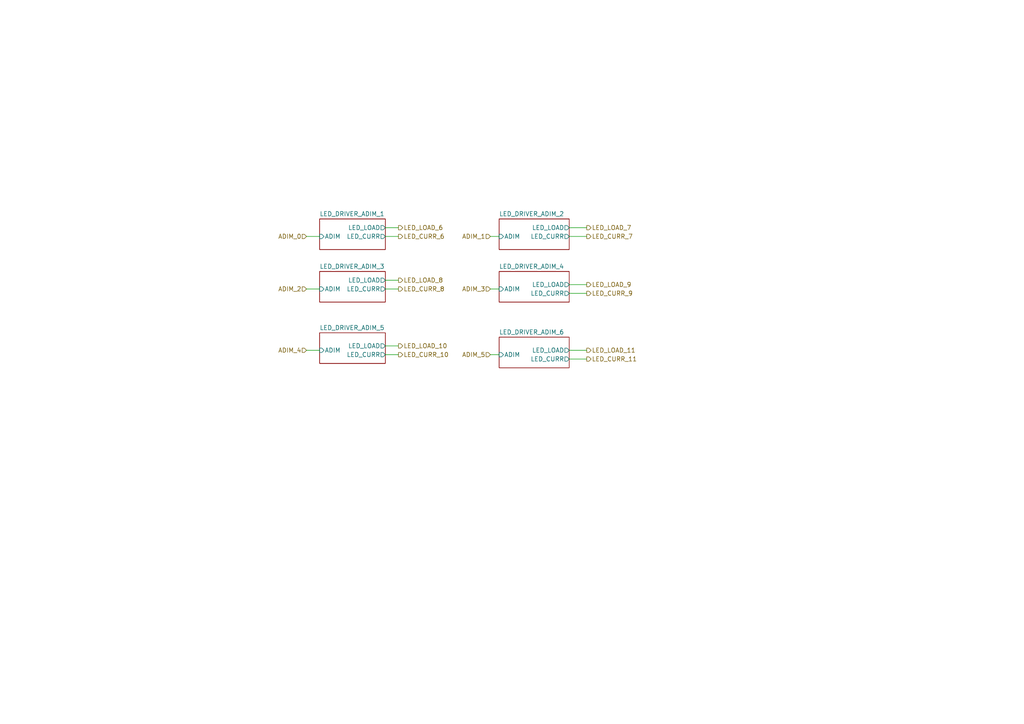
<source format=kicad_sch>
(kicad_sch
	(version 20250114)
	(generator "eeschema")
	(generator_version "9.0")
	(uuid "d5c68ba4-cbf6-419d-baff-3035488d624b")
	(paper "A4")
	(lib_symbols)
	(wire
		(pts
			(xy 170.18 101.6) (xy 165.1 101.6)
		)
		(stroke
			(width 0)
			(type default)
		)
		(uuid "04a2dc3a-ca75-4076-ae97-33ce32021015")
	)
	(wire
		(pts
			(xy 170.18 66.04) (xy 165.1 66.04)
		)
		(stroke
			(width 0)
			(type default)
		)
		(uuid "252a7a40-f97c-467d-b21a-c2baa8cb95c1")
	)
	(wire
		(pts
			(xy 142.24 68.58) (xy 144.78 68.58)
		)
		(stroke
			(width 0)
			(type default)
		)
		(uuid "272837f9-e1c4-44e3-9b68-3a2d5541e1b3")
	)
	(wire
		(pts
			(xy 170.18 104.14) (xy 165.1 104.14)
		)
		(stroke
			(width 0)
			(type default)
		)
		(uuid "2f6ed4bf-a067-4680-9c73-eada5a9de7d1")
	)
	(wire
		(pts
			(xy 88.9 68.58) (xy 92.71 68.58)
		)
		(stroke
			(width 0)
			(type default)
		)
		(uuid "34bb4c36-ba88-4f21-afaf-5c6b2e0e94e1")
	)
	(wire
		(pts
			(xy 115.57 83.82) (xy 111.76 83.82)
		)
		(stroke
			(width 0)
			(type default)
		)
		(uuid "3ed7c8ca-5300-43a3-bf97-7a9933c21192")
	)
	(wire
		(pts
			(xy 170.18 82.55) (xy 165.1 82.55)
		)
		(stroke
			(width 0)
			(type default)
		)
		(uuid "55e5d1cf-33dc-436f-8013-6f37eaef5f32")
	)
	(wire
		(pts
			(xy 170.18 68.58) (xy 165.1 68.58)
		)
		(stroke
			(width 0)
			(type default)
		)
		(uuid "9b6e6967-1fce-424b-9879-8abcd2689c6c")
	)
	(wire
		(pts
			(xy 88.9 83.82) (xy 92.71 83.82)
		)
		(stroke
			(width 0)
			(type default)
		)
		(uuid "a6930e54-49f2-4c6e-9279-4b7c382a3bbc")
	)
	(wire
		(pts
			(xy 142.24 102.87) (xy 144.78 102.87)
		)
		(stroke
			(width 0)
			(type default)
		)
		(uuid "b0e3d6c5-fa7c-45d5-a0b1-b89c9333e7fd")
	)
	(wire
		(pts
			(xy 115.57 81.28) (xy 111.76 81.28)
		)
		(stroke
			(width 0)
			(type default)
		)
		(uuid "b1dff782-fda9-4b16-aef8-2a1b78ef0986")
	)
	(wire
		(pts
			(xy 115.57 100.33) (xy 111.76 100.33)
		)
		(stroke
			(width 0)
			(type default)
		)
		(uuid "b67ba8ba-aa55-44cf-a4ce-2df798086080")
	)
	(wire
		(pts
			(xy 142.24 83.82) (xy 144.78 83.82)
		)
		(stroke
			(width 0)
			(type default)
		)
		(uuid "b94c16b1-7e53-418a-a00a-ac9dddc69bf6")
	)
	(wire
		(pts
			(xy 170.18 85.09) (xy 165.1 85.09)
		)
		(stroke
			(width 0)
			(type default)
		)
		(uuid "c92fdc73-e1e9-4310-aabe-fc4faf1730ab")
	)
	(wire
		(pts
			(xy 115.57 102.87) (xy 111.76 102.87)
		)
		(stroke
			(width 0)
			(type default)
		)
		(uuid "d3f71163-7b87-40cf-b710-11c05dd2d2f1")
	)
	(wire
		(pts
			(xy 115.57 66.04) (xy 111.76 66.04)
		)
		(stroke
			(width 0)
			(type default)
		)
		(uuid "de300794-ea17-4d17-9489-fc1127ca04a7")
	)
	(wire
		(pts
			(xy 111.76 68.58) (xy 115.57 68.58)
		)
		(stroke
			(width 0)
			(type default)
		)
		(uuid "e80107d4-b2a9-4451-8496-f875c149597c")
	)
	(wire
		(pts
			(xy 88.9 101.6) (xy 92.71 101.6)
		)
		(stroke
			(width 0)
			(type default)
		)
		(uuid "f14cde5d-b0e3-41e6-b749-9c1d6515b869")
	)
	(hierarchical_label "ADIM_2"
		(shape input)
		(at 88.9 83.82 180)
		(effects
			(font
				(size 1.27 1.27)
			)
			(justify right)
		)
		(uuid "1297d197-f632-4e3e-a0e9-c4580b8f5025")
	)
	(hierarchical_label "ADIM_5"
		(shape input)
		(at 142.24 102.87 180)
		(effects
			(font
				(size 1.27 1.27)
			)
			(justify right)
		)
		(uuid "19b3c7c6-90c7-4b69-8dc6-af44c770866d")
	)
	(hierarchical_label "LED_CURR_6"
		(shape output)
		(at 115.57 68.58 0)
		(effects
			(font
				(size 1.27 1.27)
			)
			(justify left)
		)
		(uuid "597b23af-7bda-40de-a3b3-e3dfbd83745d")
	)
	(hierarchical_label "ADIM_3"
		(shape input)
		(at 142.24 83.82 180)
		(effects
			(font
				(size 1.27 1.27)
			)
			(justify right)
		)
		(uuid "5cb00f04-a950-4ede-8cd1-545ddc26acd1")
	)
	(hierarchical_label "ADIM_0"
		(shape input)
		(at 88.9 68.58 180)
		(effects
			(font
				(size 1.27 1.27)
			)
			(justify right)
		)
		(uuid "6c2a95ec-770e-43f4-a72f-67a9815b5c7a")
	)
	(hierarchical_label "LED_CURR_11"
		(shape output)
		(at 170.18 104.14 0)
		(effects
			(font
				(size 1.27 1.27)
			)
			(justify left)
		)
		(uuid "9814be3f-fdc9-4c8e-9bb1-10ddefea00f8")
	)
	(hierarchical_label "LED_CURR_7"
		(shape output)
		(at 170.18 68.58 0)
		(effects
			(font
				(size 1.27 1.27)
			)
			(justify left)
		)
		(uuid "9b76b284-3393-481e-9858-c5994fa9fc38")
	)
	(hierarchical_label "ADIM_4"
		(shape input)
		(at 88.9 101.6 180)
		(effects
			(font
				(size 1.27 1.27)
			)
			(justify right)
		)
		(uuid "9c1efdff-045c-494e-b530-7c9f66063643")
	)
	(hierarchical_label "LED_LOAD_7"
		(shape output)
		(at 170.18 66.04 0)
		(effects
			(font
				(size 1.27 1.27)
			)
			(justify left)
		)
		(uuid "a3cd330d-e767-40fc-8bd4-b5c7c6fc78e4")
	)
	(hierarchical_label "LED_LOAD_6"
		(shape output)
		(at 115.57 66.04 0)
		(effects
			(font
				(size 1.27 1.27)
			)
			(justify left)
		)
		(uuid "b755d411-a4da-4a0f-a574-aacb134dfb2d")
	)
	(hierarchical_label "LED_LOAD_8"
		(shape output)
		(at 115.57 81.28 0)
		(effects
			(font
				(size 1.27 1.27)
			)
			(justify left)
		)
		(uuid "c0a1189a-9c10-404e-8f21-0e86c2c8e51e")
	)
	(hierarchical_label "LED_CURR_8"
		(shape output)
		(at 115.57 83.82 0)
		(effects
			(font
				(size 1.27 1.27)
			)
			(justify left)
		)
		(uuid "c4a193f7-87a4-4fa4-bda3-f8e79275d820")
	)
	(hierarchical_label "LED_CURR_9"
		(shape output)
		(at 170.18 85.09 0)
		(effects
			(font
				(size 1.27 1.27)
			)
			(justify left)
		)
		(uuid "c7979523-73da-4c0b-b614-baef80fd9a60")
	)
	(hierarchical_label "LED_LOAD_10"
		(shape output)
		(at 115.57 100.33 0)
		(effects
			(font
				(size 1.27 1.27)
			)
			(justify left)
		)
		(uuid "c97eba05-1fda-4e63-9170-89bf787f7e78")
	)
	(hierarchical_label "LED_LOAD_11"
		(shape output)
		(at 170.18 101.6 0)
		(effects
			(font
				(size 1.27 1.27)
			)
			(justify left)
		)
		(uuid "e3ec6116-d923-4c90-a111-0f21be4d1201")
	)
	(hierarchical_label "LED_CURR_10"
		(shape output)
		(at 115.57 102.87 0)
		(effects
			(font
				(size 1.27 1.27)
			)
			(justify left)
		)
		(uuid "ef7bada2-cca8-4200-808b-c533cd891d74")
	)
	(hierarchical_label "ADIM_1"
		(shape input)
		(at 142.24 68.58 180)
		(effects
			(font
				(size 1.27 1.27)
			)
			(justify right)
		)
		(uuid "f4c46fb2-79e0-4211-b202-0aca301203d2")
	)
	(hierarchical_label "LED_LOAD_9"
		(shape output)
		(at 170.18 82.55 0)
		(effects
			(font
				(size 1.27 1.27)
			)
			(justify left)
		)
		(uuid "f6454db6-7cc6-4b1f-bd24-242f99f88b39")
	)
	(sheet
		(at 92.71 96.52)
		(size 19.05 8.89)
		(exclude_from_sim no)
		(in_bom yes)
		(on_board yes)
		(dnp no)
		(fields_autoplaced yes)
		(stroke
			(width 0.1524)
			(type solid)
		)
		(fill
			(color 0 0 0 0.0000)
		)
		(uuid "18ca897a-6d4b-4d99-b81b-ffaa315c0fe9")
		(property "Sheetname" "LED_DRIVER_ADIM_5"
			(at 92.71 95.8084 0)
			(effects
				(font
					(size 1.27 1.27)
				)
				(justify left bottom)
			)
		)
		(property "Sheetfile" "Led_driver_adim.kicad_sch"
			(at 92.71 105.9946 0)
			(effects
				(font
					(size 1.27 1.27)
				)
				(justify left top)
				(hide yes)
			)
		)
		(pin "ADIM" input
			(at 92.71 101.6 180)
			(uuid "45ee9d0a-67a0-42b8-bd49-24f390e304bc")
			(effects
				(font
					(size 1.27 1.27)
				)
				(justify left)
			)
		)
		(pin "LED_CURR" output
			(at 111.76 102.87 0)
			(uuid "4e0451cb-fee9-4252-bc53-d6b74e3d9e0e")
			(effects
				(font
					(size 1.27 1.27)
				)
				(justify right)
			)
		)
		(pin "LED_LOAD" output
			(at 111.76 100.33 0)
			(uuid "780e207e-89a5-414d-a7ea-533886f0e3f8")
			(effects
				(font
					(size 1.27 1.27)
				)
				(justify right)
			)
		)
		(instances
			(project "mgr_board"
				(path "/14d3b6cb-e4ae-41db-89eb-e86b07bc47b0/d7eb2425-d51d-4d8e-8dc4-8a8864a47a1c"
					(page "17")
				)
			)
		)
	)
	(sheet
		(at 92.71 78.74)
		(size 19.05 8.89)
		(exclude_from_sim no)
		(in_bom yes)
		(on_board yes)
		(dnp no)
		(fields_autoplaced yes)
		(stroke
			(width 0.1524)
			(type solid)
		)
		(fill
			(color 0 0 0 0.0000)
		)
		(uuid "478dfc0c-55c9-4a36-93cc-fd0471e6263e")
		(property "Sheetname" "LED_DRIVER_ADIM_3"
			(at 92.71 78.0284 0)
			(effects
				(font
					(size 1.27 1.27)
				)
				(justify left bottom)
			)
		)
		(property "Sheetfile" "Led_driver_adim.kicad_sch"
			(at 92.71 88.2146 0)
			(effects
				(font
					(size 1.27 1.27)
				)
				(justify left top)
				(hide yes)
			)
		)
		(pin "ADIM" input
			(at 92.71 83.82 180)
			(uuid "784e5d8d-4f80-41e2-9c8e-2a378cb1923b")
			(effects
				(font
					(size 1.27 1.27)
				)
				(justify left)
			)
		)
		(pin "LED_CURR" output
			(at 111.76 83.82 0)
			(uuid "53c84465-2816-4f88-a987-0c5c13c1ce26")
			(effects
				(font
					(size 1.27 1.27)
				)
				(justify right)
			)
		)
		(pin "LED_LOAD" output
			(at 111.76 81.28 0)
			(uuid "3cd58f1a-1873-48a4-a18b-9c7207efe3e2")
			(effects
				(font
					(size 1.27 1.27)
				)
				(justify right)
			)
		)
		(instances
			(project "mgr_board"
				(path "/14d3b6cb-e4ae-41db-89eb-e86b07bc47b0/d7eb2425-d51d-4d8e-8dc4-8a8864a47a1c"
					(page "15")
				)
			)
		)
	)
	(sheet
		(at 92.71 63.5)
		(size 19.05 8.89)
		(exclude_from_sim no)
		(in_bom yes)
		(on_board yes)
		(dnp no)
		(fields_autoplaced yes)
		(stroke
			(width 0.1524)
			(type solid)
		)
		(fill
			(color 0 0 0 0.0000)
		)
		(uuid "4e984013-3273-4f78-bfeb-ddf06dfd0183")
		(property "Sheetname" "LED_DRIVER_ADIM_1"
			(at 92.71 62.7884 0)
			(effects
				(font
					(size 1.27 1.27)
				)
				(justify left bottom)
			)
		)
		(property "Sheetfile" "Led_driver_adim.kicad_sch"
			(at 92.71 72.9746 0)
			(effects
				(font
					(size 1.27 1.27)
				)
				(justify left top)
				(hide yes)
			)
		)
		(pin "ADIM" input
			(at 92.71 68.58 180)
			(uuid "016d66d7-ecbb-4edd-b8c5-55c05a65d375")
			(effects
				(font
					(size 1.27 1.27)
				)
				(justify left)
			)
		)
		(pin "LED_CURR" output
			(at 111.76 68.58 0)
			(uuid "575bdb1e-bf77-467f-9484-e2ad554299ec")
			(effects
				(font
					(size 1.27 1.27)
				)
				(justify right)
			)
		)
		(pin "LED_LOAD" output
			(at 111.76 66.04 0)
			(uuid "f7723011-eed4-4672-b751-9a52fbb3f26e")
			(effects
				(font
					(size 1.27 1.27)
				)
				(justify right)
			)
		)
		(instances
			(project "mgr_board"
				(path "/14d3b6cb-e4ae-41db-89eb-e86b07bc47b0/d7eb2425-d51d-4d8e-8dc4-8a8864a47a1c"
					(page "13")
				)
			)
		)
	)
	(sheet
		(at 144.78 63.5)
		(size 20.32 8.89)
		(exclude_from_sim no)
		(in_bom yes)
		(on_board yes)
		(dnp no)
		(fields_autoplaced yes)
		(stroke
			(width 0.1524)
			(type solid)
		)
		(fill
			(color 0 0 0 0.0000)
		)
		(uuid "7580c989-93a9-4b99-b4dd-1523b56c60e0")
		(property "Sheetname" "LED_DRIVER_ADIM_2"
			(at 144.78 62.7884 0)
			(effects
				(font
					(size 1.27 1.27)
				)
				(justify left bottom)
			)
		)
		(property "Sheetfile" "Led_driver_adim.kicad_sch"
			(at 144.78 72.9746 0)
			(effects
				(font
					(size 1.27 1.27)
				)
				(justify left top)
				(hide yes)
			)
		)
		(pin "ADIM" input
			(at 144.78 68.58 180)
			(uuid "5ac1cd5a-5eea-4691-a999-1797c0afc6e4")
			(effects
				(font
					(size 1.27 1.27)
				)
				(justify left)
			)
		)
		(pin "LED_CURR" output
			(at 165.1 68.58 0)
			(uuid "5f42c35b-54cf-46cb-9f62-5245a30fa217")
			(effects
				(font
					(size 1.27 1.27)
				)
				(justify right)
			)
		)
		(pin "LED_LOAD" output
			(at 165.1 66.04 0)
			(uuid "302128f3-0a52-4381-8957-bae0f587af2d")
			(effects
				(font
					(size 1.27 1.27)
				)
				(justify right)
			)
		)
		(instances
			(project "mgr_board"
				(path "/14d3b6cb-e4ae-41db-89eb-e86b07bc47b0/d7eb2425-d51d-4d8e-8dc4-8a8864a47a1c"
					(page "14")
				)
			)
		)
	)
	(sheet
		(at 144.78 78.74)
		(size 20.32 8.89)
		(exclude_from_sim no)
		(in_bom yes)
		(on_board yes)
		(dnp no)
		(fields_autoplaced yes)
		(stroke
			(width 0.1524)
			(type solid)
		)
		(fill
			(color 0 0 0 0.0000)
		)
		(uuid "d1bfb720-7cd7-4d83-870c-9d62b31f375d")
		(property "Sheetname" "LED_DRIVER_ADIM_4"
			(at 144.78 78.0284 0)
			(effects
				(font
					(size 1.27 1.27)
				)
				(justify left bottom)
			)
		)
		(property "Sheetfile" "Led_driver_adim.kicad_sch"
			(at 144.78 88.2146 0)
			(effects
				(font
					(size 1.27 1.27)
				)
				(justify left top)
				(hide yes)
			)
		)
		(pin "ADIM" input
			(at 144.78 83.82 180)
			(uuid "f58fb468-a0a6-46fb-ab98-cda01dba5075")
			(effects
				(font
					(size 1.27 1.27)
				)
				(justify left)
			)
		)
		(pin "LED_CURR" output
			(at 165.1 85.09 0)
			(uuid "deac2f8f-287b-4f79-83a7-fb7da47761e5")
			(effects
				(font
					(size 1.27 1.27)
				)
				(justify right)
			)
		)
		(pin "LED_LOAD" output
			(at 165.1 82.55 0)
			(uuid "38416313-b711-4a77-a8f9-94585ee85252")
			(effects
				(font
					(size 1.27 1.27)
				)
				(justify right)
			)
		)
		(instances
			(project "mgr_board"
				(path "/14d3b6cb-e4ae-41db-89eb-e86b07bc47b0/d7eb2425-d51d-4d8e-8dc4-8a8864a47a1c"
					(page "16")
				)
			)
		)
	)
	(sheet
		(at 144.78 97.79)
		(size 20.32 8.89)
		(exclude_from_sim no)
		(in_bom yes)
		(on_board yes)
		(dnp no)
		(fields_autoplaced yes)
		(stroke
			(width 0.1524)
			(type solid)
		)
		(fill
			(color 0 0 0 0.0000)
		)
		(uuid "e1ae6168-d928-42f7-a8a0-d78ccd7ebaeb")
		(property "Sheetname" "LED_DRIVER_ADIM_6"
			(at 144.78 97.0784 0)
			(effects
				(font
					(size 1.27 1.27)
				)
				(justify left bottom)
			)
		)
		(property "Sheetfile" "Led_driver_adim.kicad_sch"
			(at 144.78 107.2646 0)
			(effects
				(font
					(size 1.27 1.27)
				)
				(justify left top)
				(hide yes)
			)
		)
		(pin "ADIM" input
			(at 144.78 102.87 180)
			(uuid "7fe0e5f3-0625-4559-9b2d-0938fb7d1e4e")
			(effects
				(font
					(size 1.27 1.27)
				)
				(justify left)
			)
		)
		(pin "LED_CURR" output
			(at 165.1 104.14 0)
			(uuid "c67bb6f9-0bb6-4867-bbcc-04f1d092f3d0")
			(effects
				(font
					(size 1.27 1.27)
				)
				(justify right)
			)
		)
		(pin "LED_LOAD" output
			(at 165.1 101.6 0)
			(uuid "cf150100-8fdc-4974-b3dc-8f8664e6bc70")
			(effects
				(font
					(size 1.27 1.27)
				)
				(justify right)
			)
		)
		(instances
			(project "mgr_board"
				(path "/14d3b6cb-e4ae-41db-89eb-e86b07bc47b0/d7eb2425-d51d-4d8e-8dc4-8a8864a47a1c"
					(page "18")
				)
			)
		)
	)
)

</source>
